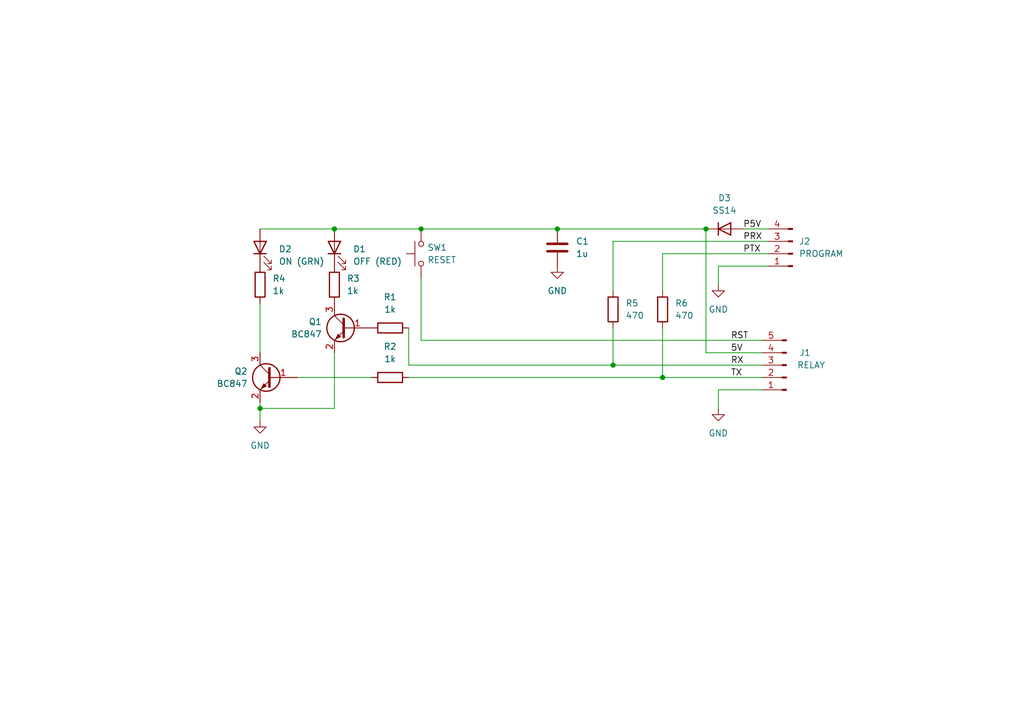
<source format=kicad_sch>
(kicad_sch (version 20231120) (generator "eeschema") (generator_version "8.0")
  (paper "A5")
  (title_block (title "BTT Relay Display") (date "2024-12-08") (rev "1") (company "﻿CERN Open Hardware Licence v1.2 "))
  (lib_symbols
    (symbol "Connector:Conn_01x04_Pin" (pin_names (offset 1.016) hide)
      (property "Reference" "J" (at 0 5.08 0))
      (property "Value" "Conn_01x04_Pin" (at 0 -7.62 0))
      (symbol "Conn_01x04_Pin_1_1"
        (polyline (pts (xy 1.27 -5.08) (xy 0.8636 -5.08)) (stroke (width 0.1524)))
        (polyline (pts (xy 1.27 -2.54) (xy 0.8636 -2.54)) (stroke (width 0.1524)))
        (polyline (pts (xy 1.27 0) (xy 0.8636 0)) (stroke (width 0.1524)))
        (polyline (pts (xy 1.27 2.54) (xy 0.8636 2.54)) (stroke (width 0.1524)))
        (rectangle (start 0.8636 -4.953) (end 0 -5.207) (stroke (width 0.1524)) (fill (type outline)))
        (rectangle (start 0.8636 -2.413) (end 0 -2.667) (stroke (width 0.1524)) (fill (type outline)))
        (rectangle (start 0.8636 0.127) (end 0 -0.127) (stroke (width 0.1524)) (fill (type outline)))
        (rectangle (start 0.8636 2.667) (end 0 2.413) (stroke (width 0.1524)) (fill (type outline)))
        (pin passive line (at 5.08 2.54 180) (length 3.81) (name "Pin_1") (number "1"))
        (pin passive line (at 5.08 0 180) (length 3.81) (name "Pin_2") (number "2"))
        (pin passive line (at 5.08 -2.54 180) (length 3.81) (name "Pin_3") (number "3"))
        (pin passive line (at 5.08 -5.08 180) (length 3.81) (name "Pin_4") (number "4"))
      )
    )
    (symbol "Connector:Conn_01x05_Pin" (pin_names (offset 1.016) hide)
      (property "Reference" "J" (at 0 7.62 0))
      (property "Value" "Conn_01x05_Pin" (at 0 -7.62 0))
      (symbol "Conn_01x05_Pin_1_1"
        (polyline (pts (xy 1.27 -5.08) (xy 0.8636 -5.08)) (stroke (width 0.1524)))
        (polyline (pts (xy 1.27 -2.54) (xy 0.8636 -2.54)) (stroke (width 0.1524)))
        (polyline (pts (xy 1.27 0) (xy 0.8636 0)) (stroke (width 0.1524)))
        (polyline (pts (xy 1.27 2.54) (xy 0.8636 2.54)) (stroke (width 0.1524)))
        (polyline (pts (xy 1.27 5.08) (xy 0.8636 5.08)) (stroke (width 0.1524)))
        (rectangle (start 0.8636 -4.953) (end 0 -5.207) (stroke (width 0.1524)) (fill (type outline)))
        (rectangle (start 0.8636 -2.413) (end 0 -2.667) (stroke (width 0.1524)) (fill (type outline)))
        (rectangle (start 0.8636 0.127) (end 0 -0.127) (stroke (width 0.1524)) (fill (type outline)))
        (rectangle (start 0.8636 2.667) (end 0 2.413) (stroke (width 0.1524)) (fill (type outline)))
        (rectangle (start 0.8636 5.207) (end 0 4.953) (stroke (width 0.1524)) (fill (type outline)))
        (pin passive line (at 5.08 5.08 180) (length 3.81) (name "Pin_1") (number "1"))
        (pin passive line (at 5.08 2.54 180) (length 3.81) (name "Pin_2") (number "2"))
        (pin passive line (at 5.08 0 180) (length 3.81) (name "Pin_3") (number "3"))
        (pin passive line (at 5.08 -2.54 180) (length 3.81) (name "Pin_4") (number "4"))
        (pin passive line (at 5.08 -5.08 180) (length 3.81) (name "Pin_5") (number "5"))
      )
    )
    (symbol "Device:C" (pin_numbers hide) (pin_names (offset 0.254))
      (property "Reference" "C" (at 0.635 2.54 0))
      (property "Value" "C" (at 0.635 -2.54 0))
      (symbol "C_0_1"
        (polyline (pts (xy -2.032 -0.762) (xy 2.032 -0.762)) (stroke (width 0.508)))
        (polyline (pts (xy -2.032 0.762) (xy 2.032 0.762)) (stroke (width 0.508)))
      )
      (symbol "C_1_1"
        (pin passive line (at 0 3.81 270) (length 2.794) (name "~") (number "1"))
        (pin passive line (at 0 -3.81 90) (length 2.794) (name "~") (number "2"))
      )
    )
    (symbol "Device:D" (pin_numbers hide) (pin_names (offset 1.016) hide)
      (property "Reference" "D" (at 0 2.54 0))
      (property "Value" "D" (at 0 -2.54 0))
      (symbol "D_0_1"
        (polyline (pts (xy -1.27 1.27) (xy -1.27 -1.27)) (stroke (width 0.254)))
        (polyline (pts (xy 1.27 0) (xy -1.27 0)))
        (polyline (pts (xy 1.27 1.27) (xy 1.27 -1.27) (xy -1.27 0) (xy 1.27 1.27)) (stroke (width 0.254)))
      )
      (symbol "D_1_1"
        (pin passive line (at -3.81 0 0) (length 2.54) (name "K") (number "1"))
        (pin passive line (at 3.81 0 180) (length 2.54) (name "A") (number "2"))
      )
    )
    (symbol "Device:LED" (pin_numbers hide) (pin_names (offset 1.016) hide)
      (property "Reference" "D" (at 0 2.54 0))
      (property "Value" "LED" (at 0 -2.54 0))
      (symbol "LED_0_1"
        (polyline (pts (xy -1.27 -1.27) (xy -1.27 1.27)) (stroke (width 0.254)))
        (polyline (pts (xy -1.27 0) (xy 1.27 0)))
        (polyline (pts (xy 1.27 -1.27) (xy 1.27 1.27) (xy -1.27 0) (xy 1.27 -1.27)) (stroke (width 0.254)))
        (polyline (pts (xy -3.048 -0.762) (xy -4.572 -2.286) (xy -3.81 -2.286) (xy -4.572 -2.286) (xy -4.572 -1.524)))
        (polyline (pts (xy -1.778 -0.762) (xy -3.302 -2.286) (xy -2.54 -2.286) (xy -3.302 -2.286) (xy -3.302 -1.524)))
      )
      (symbol "LED_1_1"
        (pin passive line (at -3.81 0 0) (length 2.54) (name "K") (number "1"))
        (pin passive line (at 3.81 0 180) (length 2.54) (name "A") (number "2"))
      )
    )
    (symbol "Device:R" (pin_numbers hide) (pin_names (offset 0))
      (property "Reference" "R" (at 2.032 0 90))
      (property "Value" "R" (at 0 0 90))
      (symbol "R_0_1"
        (rectangle (start -1.016 -2.54) (end 1.016 2.54) (stroke (width 0.254)))
      )
      (symbol "R_1_1"
        (pin passive line (at 0 3.81 270) (length 1.27) (name "~") (number "1"))
        (pin passive line (at 0 -3.81 90) (length 1.27) (name "~") (number "2"))
      )
    )
    (symbol "Switch:SW_Push" (pin_numbers hide) (pin_names (offset 1.016) hide)
      (property "Reference" "SW" (at 1.27 2.54 0))
      (property "Value" "SW_Push" (at 0 -1.524 0))
      (symbol "SW_Push_0_1"
        (circle (center -2.032 0) (radius 0.508))
        (polyline (pts (xy 0 1.27) (xy 0 3.048)))
        (polyline (pts (xy 2.54 1.27) (xy -2.54 1.27)))
        (circle (center 2.032 0) (radius 0.508))
        (pin passive line (at -5.08 0 0) (length 2.54) (name "1") (number "1"))
        (pin passive line (at 5.08 0 180) (length 2.54) (name "2") (number "2"))
      )
    )
    (symbol "Transistor_BJT:BC847" (pin_names (offset 0) hide)
      (property "Reference" "Q" (at 5.08 1.905 0))
      (property "Value" "BC847" (at 5.08 0 0))
      (symbol "BC847_0_1"
        (polyline (pts (xy 0.635 0.635) (xy 2.54 2.54)))
        (polyline (pts (xy 0.635 -0.635) (xy 2.54 -2.54) (xy 2.54 -2.54)))
        (polyline (pts (xy 0.635 1.905) (xy 0.635 -1.905) (xy 0.635 -1.905)) (stroke (width 0.508)))
        (polyline (pts (xy 1.27 -1.778) (xy 1.778 -1.27) (xy 2.286 -2.286) (xy 1.27 -1.778) (xy 1.27 -1.778)) (fill (type outline)))
        (circle (center 1.27 0) (radius 2.8194) (stroke (width 0.254)))
      )
      (symbol "BC847_1_1"
        (pin input line (at -5.08 0 0) (length 5.715) (name "B") (number "1"))
        (pin passive line (at 2.54 -5.08 90) (length 2.54) (name "E") (number "2"))
        (pin passive line (at 2.54 5.08 270) (length 2.54) (name "C") (number "3"))
      )
    )
    (symbol "power:GND" (power) (pin_names (offset 0))
      (property "Value" "GND" (at 0 -3.81 0))
      (symbol "GND_0_1"
        (polyline (pts (xy 0 0) (xy 0 -1.27) (xy 1.27 -1.27) (xy 0 -2.54) (xy -1.27 -1.27) (xy 0 -1.27)))
      )
      (symbol "GND_1_1"
        (pin power_in line (at 0 0 270) (length 0) hide (name "GND") (number "1"))
      )
    )
  )
  (junction (at 68.58 46.99))
  (junction (at 144.78 46.99))
  (junction (at 135.89 77.47))
  (junction (at 114.3 46.99))
  (junction (at 125.73 74.93))
  (junction (at 86.36 46.99))
  (junction (at 53.34 83.82))
  (wire (pts (xy 53.34 86.36) (xy 53.34 83.82)))
  (wire (pts (xy 157.48 54.61) (xy 147.32 54.61)))
  (wire (pts (xy 125.73 74.93) (xy 156.21 74.93)))
  (wire (pts (xy 147.32 80.01) (xy 147.32 83.82)))
  (wire (pts (xy 156.21 77.47) (xy 135.89 77.47)))
  (wire (pts (xy 135.89 52.07) (xy 135.89 59.69)))
  (wire (pts (xy 135.89 67.31) (xy 135.89 77.47)))
  (wire (pts (xy 68.58 46.99) (xy 86.36 46.99)))
  (wire (pts (xy 125.73 67.31) (xy 125.73 74.93)))
  (wire (pts (xy 147.32 54.61) (xy 147.32 58.42)))
  (wire (pts (xy 68.58 83.82) (xy 53.34 83.82)))
  (wire (pts (xy 83.82 67.31) (xy 83.82 74.93)))
  (wire (pts (xy 86.36 69.85) (xy 156.21 69.85)))
  (wire (pts (xy 156.21 80.01) (xy 147.32 80.01)))
  (wire (pts (xy 157.48 52.07) (xy 135.89 52.07)))
  (wire (pts (xy 53.34 46.99) (xy 68.58 46.99)))
  (wire (pts (xy 86.36 46.99) (xy 114.3 46.99)))
  (wire (pts (xy 125.73 49.53) (xy 157.48 49.53)))
  (wire (pts (xy 152.4 46.99) (xy 157.48 46.99)))
  (wire (pts (xy 125.73 59.69) (xy 125.73 49.53)))
  (wire (pts (xy 53.34 83.82) (xy 53.34 82.55)))
  (wire (pts (xy 125.73 74.93) (xy 83.82 74.93)))
  (wire (pts (xy 86.36 57.15) (xy 86.36 69.85)))
  (wire (pts (xy 114.3 46.99) (xy 144.78 46.99)))
  (wire (pts (xy 144.78 72.39) (xy 144.78 46.99)))
  (wire (pts (xy 68.58 72.39) (xy 68.58 83.82)))
  (wire (pts (xy 135.89 77.47) (xy 83.82 77.47)))
  (wire (pts (xy 156.21 72.39) (xy 144.78 72.39)))
  (wire (pts (xy 76.2 77.47) (xy 60.96 77.47)))
  (wire (pts (xy 53.34 62.23) (xy 53.34 72.39)))
  (label "TX" (at 149.86 77.47 0))
  (label "PRX" (at 152.4 49.53 0))
  (label "PTX" (at 152.4 52.07 0))
  (label "P5V" (at 152.4 46.99 0))
  (label "RX" (at 149.86 74.93 0))
  (label "RST" (at 149.86 69.85 0))
  (label "5V" (at 149.86 72.39 0))
  (symbol (lib_id "power:GND") (at 114.3 54.61 0) (unit 1)
    (property "Reference" "#PWR04" (effects (hide yes)))
    (property "Value" "GND" (at 114.3 59.69 0))
  )
  (symbol (lib_id "Connector:Conn_01x04_Pin") (at 162.56 52.07 180) (unit 1)
    (property "Reference" "J2" (at 163.83 49.53 0) (effects (justify right)))
    (property "Value" "PROGRAM" (at 163.83 52.07 0) (effects (justify right)))
    (property "Footprint" "Connector_PinHeader_2.54mm:PinHeader_1x04_P2.54mm_Vertical" (effects (hide yes)))
  )
  (symbol (lib_id "Device:LED") (at 68.58 50.8 90) (unit 1)
    (property "Reference" "D1" (at 72.39 51.1175 90) (effects (justify right)))
    (property "Value" "OFF (RED)" (at 72.39 53.6575 90) (effects (justify right)))
    (property "Footprint" "LED_THT:LED_D3.0mm" (effects (hide yes)))
  )
  (symbol (lib_id "Device:R") (at 80.01 67.31 90) (unit 1)
    (property "Reference" "R1" (at 80.01 60.96 90))
    (property "Value" "1k" (at 80.01 63.5 90))
    (property "Footprint" "Resistor_SMD:R_0805_2012Metric" (effects (hide yes)))
  )
  (symbol (lib_id "Transistor_BJT:BC847") (at 71.12 67.31 0) (mirror y) (unit 1)
    (property "Reference" "Q1" (at 66.04 66.04 0) (effects (justify left)))
    (property "Value" "BC847" (at 66.04 68.58 0) (effects (justify left)))
    (property "Footprint" "Package_TO_SOT_SMD:SOT-23" (effects (hide yes)))
    (property "Datasheet" "http://www.infineon.com/dgdl/Infineon-BC847SERIES_BC848SERIES_BC849SERIES_BC850SERIES-DS-v01_01-en.pdf?fileId=db3a304314dca389011541d4630a1657" (effects (hide yes)))
  )
  (symbol (lib_id "power:GND") (at 147.32 58.42 0) (unit 1)
    (property "Reference" "#PWR02" (effects (hide yes)))
    (property "Value" "GND" (at 147.32 63.5 0))
  )
  (symbol (lib_id "power:GND") (at 147.32 83.82 0) (unit 1)
    (property "Reference" "#PWR03" (effects (hide yes)))
    (property "Value" "GND" (at 147.32 88.9 0))
  )
  (symbol (lib_id "power:GND") (at 53.34 86.36 0) (unit 1)
    (property "Reference" "#PWR01" (effects (hide yes)))
    (property "Value" "GND" (at 53.34 91.44 0))
  )
  (symbol (lib_id "Connector:Conn_01x05_Pin") (at 161.29 74.93 180) (unit 1)
    (property "Reference" "J1" (at 165.1 72.39 0))
    (property "Value" "RELAY" (at 166.37 74.93 0))
    (property "Footprint" "Connector_PinHeader_2.54mm:PinHeader_1x05_P2.54mm_Vertical" (effects (hide yes)))
  )
  (symbol (lib_id "Device:R") (at 135.89 63.5 0) (unit 1)
    (property "Reference" "R6" (at 138.43 62.23 0) (effects (justify left)))
    (property "Value" "470" (at 138.43 64.77 0) (effects (justify left)))
    (property "Footprint" "Resistor_SMD:R_0805_2012Metric" (effects (hide yes)))
  )
  (symbol (lib_id "Device:LED") (at 53.34 50.8 90) (unit 1)
    (property "Reference" "D2" (at 57.15 51.1175 90) (effects (justify right)))
    (property "Value" "ON (GRN)" (at 57.15 53.6575 90) (effects (justify right)))
    (property "Footprint" "LED_THT:LED_D3.0mm" (effects (hide yes)))
  )
  (symbol (lib_id "Transistor_BJT:BC847") (at 55.88 77.47 0) (mirror y) (unit 1)
    (property "Reference" "Q2" (at 50.8 76.2 0) (effects (justify left)))
    (property "Value" "BC847" (at 50.8 78.74 0) (effects (justify left)))
    (property "Footprint" "Package_TO_SOT_SMD:SOT-23" (effects (hide yes)))
    (property "Datasheet" "http://www.infineon.com/dgdl/Infineon-BC847SERIES_BC848SERIES_BC849SERIES_BC850SERIES-DS-v01_01-en.pdf?fileId=db3a304314dca389011541d4630a1657" (effects (hide yes)))
  )
  (symbol (lib_id "Device:R") (at 68.58 58.42 0) (unit 1)
    (property "Reference" "R3" (at 71.12 57.15 0) (effects (justify left)))
    (property "Value" "1k" (at 71.12 59.69 0) (effects (justify left)))
    (property "Footprint" "Resistor_SMD:R_0805_2012Metric" (effects (hide yes)))
  )
  (symbol (lib_id "Switch:SW_Push") (at 86.36 52.07 90) (mirror x) (unit 1)
    (property "Reference" "SW1" (at 87.63 50.8 90) (effects (justify right)))
    (property "Value" "RESET" (at 87.63 53.34 90) (effects (justify right)))
    (property "Footprint" "Button_Switch_THT:SW_PUSH_6mm_H5mm" (effects (hide yes)))
  )
  (symbol (lib_id "Device:R") (at 125.73 63.5 0) (unit 1)
    (property "Reference" "R5" (at 128.27 62.23 0) (effects (justify left)))
    (property "Value" "470" (at 128.27 64.77 0) (effects (justify left)))
    (property "Footprint" "Resistor_SMD:R_0805_2012Metric" (effects (hide yes)))
  )
  (symbol (lib_id "Device:C") (at 114.3 50.8 0) (unit 1)
    (property "Reference" "C1" (at 118.11 49.53 0) (effects (justify left)))
    (property "Value" "1u" (at 118.11 52.07 0) (effects (justify left)))
    (property "Footprint" "Capacitor_SMD:C_0805_2012Metric" (effects (hide yes)))
  )
  (symbol (lib_id "Device:D") (at 148.59 46.99 0) (unit 1)
    (property "Reference" "D3" (at 148.59 40.64 0))
    (property "Value" "SS14" (at 148.59 43.18 0))
    (property "Footprint" "Diode_SMD:D_SMA" (effects (hide yes)))
    (property "Sim.Device" "D" (effects (hide yes)))
    (property "Sim.Pins" "1=K 2=A" (effects (hide yes)))
  )
  (symbol (lib_id "Device:R") (at 80.01 77.47 90) (unit 1)
    (property "Reference" "R2" (at 80.01 71.12 90))
    (property "Value" "1k" (at 80.01 73.66 90))
    (property "Footprint" "Resistor_SMD:R_0805_2012Metric" (effects (hide yes)))
  )
  (symbol (lib_id "Device:R") (at 53.34 58.42 0) (unit 1)
    (property "Reference" "R4" (at 55.88 57.15 0) (effects (justify left)))
    (property "Value" "1k" (at 55.88 59.69 0) (effects (justify left)))
    (property "Footprint" "Resistor_SMD:R_0805_2012Metric" (effects (hide yes)))
  )
)
</source>
